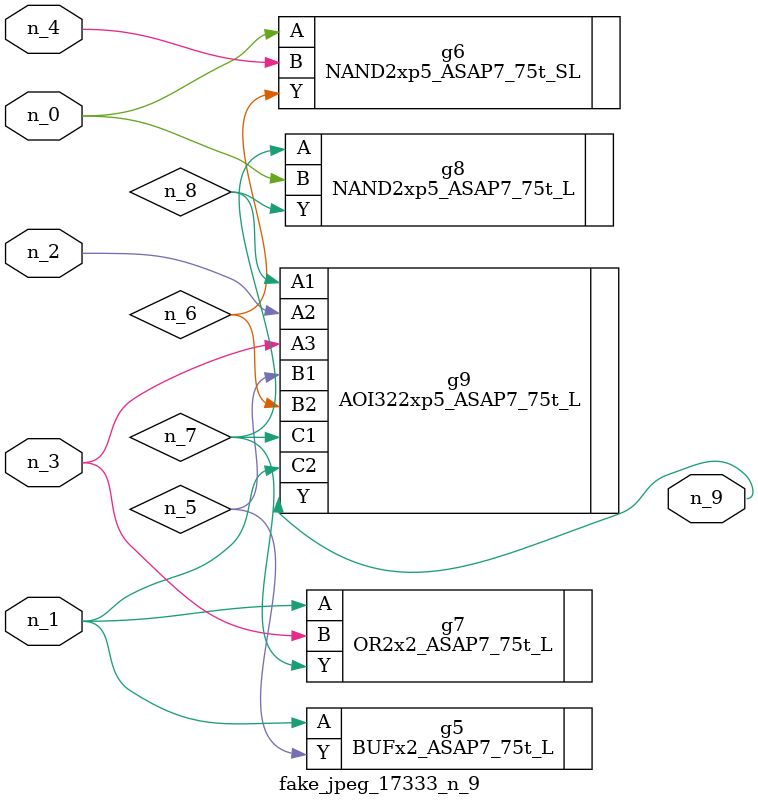
<source format=v>
module fake_jpeg_17333_n_9 (n_3, n_2, n_1, n_0, n_4, n_9);

input n_3;
input n_2;
input n_1;
input n_0;
input n_4;

output n_9;

wire n_8;
wire n_6;
wire n_5;
wire n_7;

BUFx2_ASAP7_75t_L g5 ( 
.A(n_1),
.Y(n_5)
);

NAND2xp5_ASAP7_75t_SL g6 ( 
.A(n_0),
.B(n_4),
.Y(n_6)
);

OR2x2_ASAP7_75t_L g7 ( 
.A(n_1),
.B(n_3),
.Y(n_7)
);

NAND2xp5_ASAP7_75t_L g8 ( 
.A(n_7),
.B(n_0),
.Y(n_8)
);

AOI322xp5_ASAP7_75t_L g9 ( 
.A1(n_8),
.A2(n_2),
.A3(n_3),
.B1(n_5),
.B2(n_6),
.C1(n_7),
.C2(n_1),
.Y(n_9)
);


endmodule
</source>
